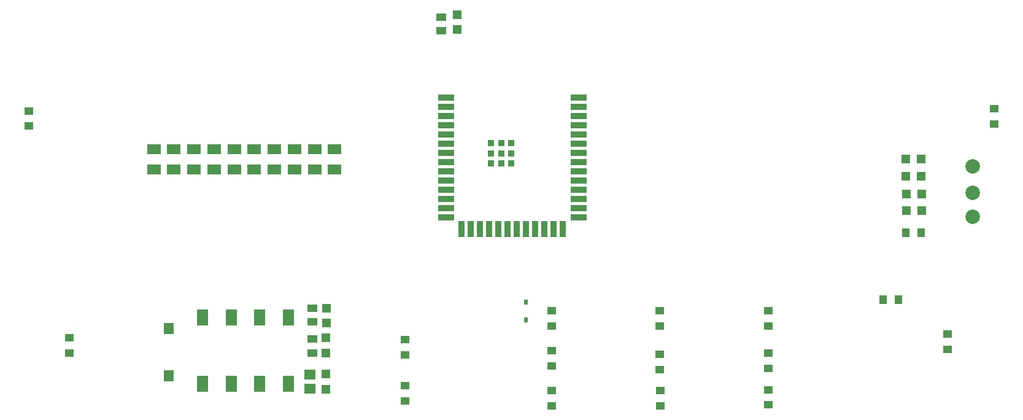
<source format=gtp>
G04*
G04 #@! TF.GenerationSoftware,Altium Limited,Altium Designer,20.2.5 (213)*
G04*
G04 Layer_Color=8421504*
%FSLAX44Y44*%
%MOMM*%
G71*
G04*
G04 #@! TF.SameCoordinates,F2EF3DC7-CE59-478A-9F64-9A272EA7E262*
G04*
G04*
G04 #@! TF.FilePolarity,Positive*
G04*
G01*
G75*
%ADD20R,1.1000X1.3000*%
%ADD21R,1.4082X1.0065*%
%ADD22R,1.3000X1.1000*%
%ADD23R,1.2000X1.2000*%
%ADD24R,1.6000X2.2000*%
%ADD25R,1.6000X2.1800*%
%ADD26R,1.2000X1.2000*%
%ADD27R,1.5500X1.3500*%
%ADD28R,1.9100X1.3700*%
%ADD29R,0.6000X0.8000*%
%ADD30C,2.0000*%
%ADD31R,0.9000X0.9000*%
%ADD32R,0.9000X2.2500*%
%ADD33R,2.2500X0.9000*%
%ADD34R,1.4000X1.5000*%
%ADD35R,1.4500X1.0500*%
D20*
X533111Y-126075D02*
D03*
X512111D02*
D03*
X564024Y-34159D02*
D03*
X543024D02*
D03*
D21*
X-275711Y-199569D02*
D03*
Y-180552D02*
D03*
X-275483Y-137589D02*
D03*
Y-156606D02*
D03*
D22*
X-147798Y-266098D02*
D03*
Y-245098D02*
D03*
X664737Y116090D02*
D03*
Y137090D02*
D03*
X-610860Y-199494D02*
D03*
Y-178494D02*
D03*
X-666398Y113170D02*
D03*
Y134170D02*
D03*
X203904Y-141311D02*
D03*
Y-162311D02*
D03*
X55000Y-141311D02*
D03*
Y-162311D02*
D03*
X353202Y-141348D02*
D03*
Y-162348D02*
D03*
X601000Y-173518D02*
D03*
Y-194518D02*
D03*
X55000Y-217811D02*
D03*
Y-196811D02*
D03*
X353202Y-220598D02*
D03*
Y-199598D02*
D03*
X203904Y-222811D02*
D03*
Y-201811D02*
D03*
X204658Y-272811D02*
D03*
Y-251811D02*
D03*
X353202Y-271348D02*
D03*
Y-250348D02*
D03*
X-147798Y-202098D02*
D03*
Y-181098D02*
D03*
X55000Y-251811D02*
D03*
Y-272811D02*
D03*
D23*
X563976Y67801D02*
D03*
X542976D02*
D03*
X563976Y43801D02*
D03*
X542976D02*
D03*
X564976Y19801D02*
D03*
X543976D02*
D03*
X564976Y-3199D02*
D03*
X543976D02*
D03*
D24*
X-387500Y-150550D02*
D03*
X-348000Y-242511D02*
D03*
X-308500D02*
D03*
X-427250Y-150550D02*
D03*
D25*
X-387500Y-242450D02*
D03*
X-348000Y-150611D02*
D03*
X-308500D02*
D03*
X-427250Y-242450D02*
D03*
D26*
X-256711Y-199561D02*
D03*
Y-178561D02*
D03*
X-256483Y-158598D02*
D03*
Y-137598D02*
D03*
X-256860Y-228733D02*
D03*
Y-249733D02*
D03*
X-76000Y246000D02*
D03*
Y267000D02*
D03*
D27*
X-278570Y-248861D02*
D03*
Y-229361D02*
D03*
D28*
X-327998Y81530D02*
D03*
Y53110D02*
D03*
X-355711Y81530D02*
D03*
Y53110D02*
D03*
X-383425Y81530D02*
D03*
Y53110D02*
D03*
X-411138Y81530D02*
D03*
Y53110D02*
D03*
X-466565Y81530D02*
D03*
Y53110D02*
D03*
X-494279Y81530D02*
D03*
Y53110D02*
D03*
X-438852Y81530D02*
D03*
Y53110D02*
D03*
X-272571Y81530D02*
D03*
Y53110D02*
D03*
X-300284Y81530D02*
D03*
Y53110D02*
D03*
X-244858Y81530D02*
D03*
Y53110D02*
D03*
D29*
X19000Y-154500D02*
D03*
Y-129500D02*
D03*
D30*
X635202Y57963D02*
D03*
Y20963D02*
D03*
Y-12037D02*
D03*
D31*
X-1000Y89400D02*
D03*
X-15000D02*
D03*
X-29000D02*
D03*
X-1000Y61400D02*
D03*
X-15000D02*
D03*
X-29000D02*
D03*
X-1000Y75400D02*
D03*
X-29000D02*
D03*
X-15000D02*
D03*
D32*
X69850Y-29000D02*
D03*
X57150D02*
D03*
X44450D02*
D03*
X31750D02*
D03*
X19050D02*
D03*
X6350D02*
D03*
X-6350D02*
D03*
X-19050D02*
D03*
X-31750D02*
D03*
X-44450D02*
D03*
X-57150D02*
D03*
X-69850D02*
D03*
D33*
X91500Y152600D02*
D03*
Y-12500D02*
D03*
Y200D02*
D03*
Y12900D02*
D03*
Y25600D02*
D03*
Y38300D02*
D03*
Y51000D02*
D03*
Y63700D02*
D03*
Y76400D02*
D03*
Y89100D02*
D03*
Y101800D02*
D03*
Y114500D02*
D03*
Y127200D02*
D03*
Y139900D02*
D03*
X-91250Y114400D02*
D03*
Y101700D02*
D03*
Y89000D02*
D03*
Y76300D02*
D03*
Y63600D02*
D03*
Y50900D02*
D03*
Y38200D02*
D03*
Y25500D02*
D03*
Y12800D02*
D03*
Y100D02*
D03*
Y-12600D02*
D03*
Y127100D02*
D03*
Y139800D02*
D03*
Y152500D02*
D03*
D34*
X-473304Y-230878D02*
D03*
Y-165878D02*
D03*
D35*
X-98000Y263500D02*
D03*
Y245000D02*
D03*
M02*

</source>
